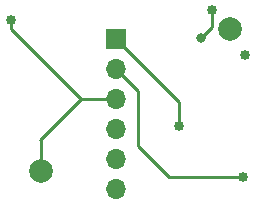
<source format=gbr>
%TF.GenerationSoftware,KiCad,Pcbnew,(6.0.1)*%
%TF.CreationDate,2023-03-20T17:22:50-07:00*%
%TF.ProjectId,ProgrammingBed,50726f67-7261-46d6-9d69-6e674265642e,rev?*%
%TF.SameCoordinates,Original*%
%TF.FileFunction,Copper,L1,Top*%
%TF.FilePolarity,Positive*%
%FSLAX46Y46*%
G04 Gerber Fmt 4.6, Leading zero omitted, Abs format (unit mm)*
G04 Created by KiCad (PCBNEW (6.0.1)) date 2023-03-20 17:22:50*
%MOMM*%
%LPD*%
G01*
G04 APERTURE LIST*
%TA.AperFunction,ComponentPad*%
%ADD10C,2.000000*%
%TD*%
%TA.AperFunction,ComponentPad*%
%ADD11R,1.700000X1.700000*%
%TD*%
%TA.AperFunction,ComponentPad*%
%ADD12O,1.700000X1.700000*%
%TD*%
%TA.AperFunction,ComponentPad*%
%ADD13C,0.850000*%
%TD*%
%TA.AperFunction,ViaPad*%
%ADD14C,0.800000*%
%TD*%
%TA.AperFunction,Conductor*%
%ADD15C,0.250000*%
%TD*%
%TA.AperFunction,Conductor*%
%ADD16C,0.254000*%
%TD*%
G04 APERTURE END LIST*
D10*
%TO.P,H2,1,1*%
%TO.N,Net-(H2-Pad1)*%
X-6400000Y-4800000D03*
%TD*%
D11*
%TO.P,J1,1,Pin_1*%
%TO.N,Net-(J1-Pad1)*%
X0Y6350000D03*
D12*
%TO.P,J1,2,Pin_2*%
%TO.N,Net-(H1-Pad1)*%
X0Y3810000D03*
%TO.P,J1,3,Pin_3*%
%TO.N,Net-(H2-Pad1)*%
X0Y1270000D03*
%TO.P,J1,4,Pin_4*%
%TO.N,Net-(J1-Pad4)*%
X0Y-1270000D03*
%TO.P,J1,5,Pin_5*%
%TO.N,Net-(J1-Pad5)*%
X0Y-3810000D03*
%TO.P,J1,6,Pin_6*%
%TO.N,unconnected-(J1-Pad6)*%
X0Y-6350000D03*
%TD*%
D10*
%TO.P,H1,1,1*%
%TO.N,Net-(H1-Pad1)*%
X9600000Y7200000D03*
%TD*%
D13*
%TO.P,J5,1,Pin_1*%
%TO.N,Net-(J1-Pad4)*%
X8100000Y8850000D03*
%TD*%
%TO.P,J2,1,Pin_1*%
%TO.N,Net-(J1-Pad1)*%
X5300000Y-1000000D03*
%TD*%
%TO.P,J3,1,Pin_1*%
%TO.N,Net-(H1-Pad1)*%
X10700000Y-5300000D03*
%TD*%
%TO.P,J4,1,Pin_1*%
%TO.N,Net-(H2-Pad1)*%
X-8900000Y7950000D03*
%TD*%
%TO.P,J6,1,Pin_1*%
%TO.N,Net-(J1-Pad5)*%
X10900000Y5000000D03*
%TD*%
D14*
%TO.N,Net-(J1-Pad4)*%
X7200000Y6450000D03*
%TD*%
D15*
%TO.N,Net-(H2-Pad1)*%
X-8900000Y7190000D02*
X-2980000Y1270000D01*
X-8900000Y7950000D02*
X-8900000Y7190000D01*
%TO.N,Net-(H1-Pad1)*%
X1860000Y1950000D02*
X0Y3810000D01*
X1850000Y1940000D02*
X1860000Y1950000D01*
X1850000Y-2700000D02*
X1850000Y1940000D01*
X4450000Y-5300000D02*
X1850000Y-2700000D01*
X10700000Y-5300000D02*
X4450000Y-5300000D01*
D16*
%TO.N,Net-(J1-Pad4)*%
X7200000Y6450000D02*
X8100000Y7350000D01*
X8100000Y7350000D02*
X8100000Y8850000D01*
%TO.N,Net-(J1-Pad1)*%
X5350000Y-600000D02*
X5350000Y1000000D01*
X5350000Y1000000D02*
X0Y6350000D01*
%TO.N,Net-(H2-Pad1)*%
X-6400000Y-2250000D02*
X-6450000Y-2200000D01*
X-2980000Y1270000D02*
X-6450000Y-2200000D01*
X-6400000Y-4800000D02*
X-6400000Y-2250000D01*
X0Y1270000D02*
X-2980000Y1270000D01*
%TD*%
M02*

</source>
